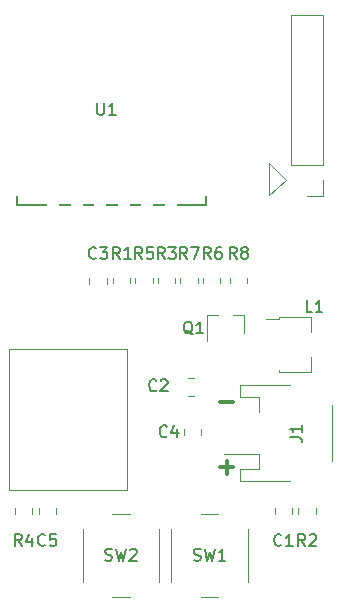
<source format=gto>
G04 #@! TF.GenerationSoftware,KiCad,Pcbnew,5.99.0+really5.1.10+dfsg1-1*
G04 #@! TF.CreationDate,2022-07-07T23:47:34+02:00*
G04 #@! TF.ProjectId,sensorbox-battery-powered,73656e73-6f72-4626-9f78-2d6261747465,rev?*
G04 #@! TF.SameCoordinates,Original*
G04 #@! TF.FileFunction,Legend,Top*
G04 #@! TF.FilePolarity,Positive*
%FSLAX46Y46*%
G04 Gerber Fmt 4.6, Leading zero omitted, Abs format (unit mm)*
G04 Created by KiCad (PCBNEW 5.99.0+really5.1.10+dfsg1-1) date 2022-07-07 23:47:34*
%MOMM*%
%LPD*%
G01*
G04 APERTURE LIST*
%ADD10C,0.300000*%
%ADD11C,0.120000*%
%ADD12C,0.152400*%
%ADD13C,0.150000*%
%ADD14R,0.800000X0.900000*%
%ADD15R,1.100000X2.500000*%
%ADD16R,2.500000X1.100000*%
%ADD17C,2.000000*%
%ADD18C,4.400000*%
%ADD19O,1.700000X1.700000*%
%ADD20R,1.700000X1.700000*%
%ADD21C,0.100000*%
%ADD22R,1.300000X0.900000*%
%ADD23C,1.700000*%
G04 APERTURE END LIST*
D10*
X19628571Y-34807142D02*
X20771428Y-34807142D01*
X19628571Y-40307142D02*
X20771428Y-40307142D01*
X20200000Y-40878571D02*
X20200000Y-39735714D01*
D11*
X23750000Y-17250000D02*
X25250000Y-16000000D01*
X23750000Y-14500000D02*
X23750000Y-17250000D01*
X25250000Y-16000000D02*
X23750000Y-14500000D01*
X25540000Y-41460000D02*
X21290000Y-41460000D01*
X21290000Y-41460000D02*
X21290000Y-40440000D01*
X21290000Y-40440000D02*
X22890000Y-40440000D01*
X22890000Y-40440000D02*
X22890000Y-39160000D01*
X22890000Y-39160000D02*
X20000000Y-39160000D01*
X25540000Y-33340000D02*
X21290000Y-33340000D01*
X21290000Y-33340000D02*
X21290000Y-34360000D01*
X21290000Y-34360000D02*
X22890000Y-34360000D01*
X22890000Y-34360000D02*
X22890000Y-35640000D01*
X29110000Y-39740000D02*
X29110000Y-35060000D01*
X20465000Y-24727064D02*
X20465000Y-24272936D01*
X21935000Y-24727064D02*
X21935000Y-24272936D01*
X21680000Y-27440000D02*
X20750000Y-27440000D01*
X18520000Y-27440000D02*
X19450000Y-27440000D01*
X18520000Y-27440000D02*
X18520000Y-29600000D01*
X21680000Y-27440000D02*
X21680000Y-28900000D01*
X17735000Y-24272936D02*
X17735000Y-24727064D01*
X16265000Y-24272936D02*
X16265000Y-24727064D01*
X18165000Y-24727064D02*
X18165000Y-24272936D01*
X19635000Y-24727064D02*
X19635000Y-24272936D01*
D12*
X2484000Y-17359000D02*
X2484000Y-18121000D01*
X2484000Y-18121000D02*
X18486000Y-18121000D01*
X18486000Y-18121000D02*
X18486000Y-17359000D01*
D11*
X14500000Y-50000000D02*
X14500000Y-45500000D01*
X10500000Y-51250000D02*
X12000000Y-51250000D01*
X8000000Y-45500000D02*
X8000000Y-50000000D01*
X12000000Y-44250000D02*
X10500000Y-44250000D01*
X22000000Y-50000000D02*
X22000000Y-45500000D01*
X18000000Y-51250000D02*
X19500000Y-51250000D01*
X15500000Y-45500000D02*
X15500000Y-50000000D01*
X19500000Y-44250000D02*
X18000000Y-44250000D01*
X4265000Y-44261252D02*
X4265000Y-43738748D01*
X5735000Y-44261252D02*
X5735000Y-43738748D01*
X28330000Y-1970000D02*
X25670000Y-1970000D01*
X28330000Y-14730000D02*
X28330000Y-1970000D01*
X25670000Y-14730000D02*
X25670000Y-1970000D01*
X28330000Y-14730000D02*
X25670000Y-14730000D01*
X28330000Y-16000000D02*
X28330000Y-17330000D01*
X28330000Y-17330000D02*
X27000000Y-17330000D01*
X2265000Y-44227064D02*
X2265000Y-43772936D01*
X3735000Y-44227064D02*
X3735000Y-43772936D01*
X24265000Y-44261252D02*
X24265000Y-43738748D01*
X25735000Y-44261252D02*
X25735000Y-43738748D01*
X24640000Y-32260000D02*
X24640000Y-32030000D01*
X24640000Y-27540000D02*
X24640000Y-27770000D01*
X24640000Y-27540000D02*
X27360000Y-27540000D01*
X27360000Y-27540000D02*
X27360000Y-28850000D01*
X23500000Y-27770000D02*
X24640000Y-27770000D01*
X27360000Y-32260000D02*
X24640000Y-32260000D01*
X27360000Y-30950000D02*
X27360000Y-32260000D01*
X16565000Y-37561252D02*
X16565000Y-37038748D01*
X18035000Y-37561252D02*
X18035000Y-37038748D01*
X17461252Y-34235000D02*
X16938748Y-34235000D01*
X17461252Y-32765000D02*
X16938748Y-32765000D01*
X12465000Y-24727064D02*
X12465000Y-24272936D01*
X13935000Y-24727064D02*
X13935000Y-24272936D01*
X10035000Y-24238748D02*
X10035000Y-24761252D01*
X8565000Y-24238748D02*
X8565000Y-24761252D01*
X14365000Y-24727064D02*
X14365000Y-24272936D01*
X15835000Y-24727064D02*
X15835000Y-24272936D01*
X12035000Y-24272936D02*
X12035000Y-24727064D01*
X10565000Y-24272936D02*
X10565000Y-24727064D01*
X27735000Y-43772936D02*
X27735000Y-44227064D01*
X26265000Y-43772936D02*
X26265000Y-44227064D01*
X1750000Y-42250000D02*
X1750000Y-30250000D01*
X11750000Y-42250000D02*
X1750000Y-42250000D01*
X11750000Y-30250000D02*
X11750000Y-42250000D01*
X1750000Y-30250000D02*
X11750000Y-30250000D01*
D13*
X25552380Y-37733333D02*
X26266666Y-37733333D01*
X26409523Y-37780952D01*
X26504761Y-37876190D01*
X26552380Y-38019047D01*
X26552380Y-38114285D01*
X26552380Y-36733333D02*
X26552380Y-37304761D01*
X26552380Y-37019047D02*
X25552380Y-37019047D01*
X25695238Y-37114285D01*
X25790476Y-37209523D01*
X25838095Y-37304761D01*
X21033333Y-22652380D02*
X20700000Y-22176190D01*
X20461904Y-22652380D02*
X20461904Y-21652380D01*
X20842857Y-21652380D01*
X20938095Y-21700000D01*
X20985714Y-21747619D01*
X21033333Y-21842857D01*
X21033333Y-21985714D01*
X20985714Y-22080952D01*
X20938095Y-22128571D01*
X20842857Y-22176190D01*
X20461904Y-22176190D01*
X21604761Y-22080952D02*
X21509523Y-22033333D01*
X21461904Y-21985714D01*
X21414285Y-21890476D01*
X21414285Y-21842857D01*
X21461904Y-21747619D01*
X21509523Y-21700000D01*
X21604761Y-21652380D01*
X21795238Y-21652380D01*
X21890476Y-21700000D01*
X21938095Y-21747619D01*
X21985714Y-21842857D01*
X21985714Y-21890476D01*
X21938095Y-21985714D01*
X21890476Y-22033333D01*
X21795238Y-22080952D01*
X21604761Y-22080952D01*
X21509523Y-22128571D01*
X21461904Y-22176190D01*
X21414285Y-22271428D01*
X21414285Y-22461904D01*
X21461904Y-22557142D01*
X21509523Y-22604761D01*
X21604761Y-22652380D01*
X21795238Y-22652380D01*
X21890476Y-22604761D01*
X21938095Y-22557142D01*
X21985714Y-22461904D01*
X21985714Y-22271428D01*
X21938095Y-22176190D01*
X21890476Y-22128571D01*
X21795238Y-22080952D01*
X17304761Y-29047619D02*
X17209523Y-29000000D01*
X17114285Y-28904761D01*
X16971428Y-28761904D01*
X16876190Y-28714285D01*
X16780952Y-28714285D01*
X16828571Y-28952380D02*
X16733333Y-28904761D01*
X16638095Y-28809523D01*
X16590476Y-28619047D01*
X16590476Y-28285714D01*
X16638095Y-28095238D01*
X16733333Y-28000000D01*
X16828571Y-27952380D01*
X17019047Y-27952380D01*
X17114285Y-28000000D01*
X17209523Y-28095238D01*
X17257142Y-28285714D01*
X17257142Y-28619047D01*
X17209523Y-28809523D01*
X17114285Y-28904761D01*
X17019047Y-28952380D01*
X16828571Y-28952380D01*
X18209523Y-28952380D02*
X17638095Y-28952380D01*
X17923809Y-28952380D02*
X17923809Y-27952380D01*
X17828571Y-28095238D01*
X17733333Y-28190476D01*
X17638095Y-28238095D01*
X16833333Y-22652380D02*
X16500000Y-22176190D01*
X16261904Y-22652380D02*
X16261904Y-21652380D01*
X16642857Y-21652380D01*
X16738095Y-21700000D01*
X16785714Y-21747619D01*
X16833333Y-21842857D01*
X16833333Y-21985714D01*
X16785714Y-22080952D01*
X16738095Y-22128571D01*
X16642857Y-22176190D01*
X16261904Y-22176190D01*
X17166666Y-21652380D02*
X17833333Y-21652380D01*
X17404761Y-22652380D01*
X18833333Y-22652380D02*
X18500000Y-22176190D01*
X18261904Y-22652380D02*
X18261904Y-21652380D01*
X18642857Y-21652380D01*
X18738095Y-21700000D01*
X18785714Y-21747619D01*
X18833333Y-21842857D01*
X18833333Y-21985714D01*
X18785714Y-22080952D01*
X18738095Y-22128571D01*
X18642857Y-22176190D01*
X18261904Y-22176190D01*
X19690476Y-21652380D02*
X19500000Y-21652380D01*
X19404761Y-21700000D01*
X19357142Y-21747619D01*
X19261904Y-21890476D01*
X19214285Y-22080952D01*
X19214285Y-22461904D01*
X19261904Y-22557142D01*
X19309523Y-22604761D01*
X19404761Y-22652380D01*
X19595238Y-22652380D01*
X19690476Y-22604761D01*
X19738095Y-22557142D01*
X19785714Y-22461904D01*
X19785714Y-22223809D01*
X19738095Y-22128571D01*
X19690476Y-22080952D01*
X19595238Y-22033333D01*
X19404761Y-22033333D01*
X19309523Y-22080952D01*
X19261904Y-22128571D01*
X19214285Y-22223809D01*
X9238095Y-9452380D02*
X9238095Y-10261904D01*
X9285714Y-10357142D01*
X9333333Y-10404761D01*
X9428571Y-10452380D01*
X9619047Y-10452380D01*
X9714285Y-10404761D01*
X9761904Y-10357142D01*
X9809523Y-10261904D01*
X9809523Y-9452380D01*
X10809523Y-10452380D02*
X10238095Y-10452380D01*
X10523809Y-10452380D02*
X10523809Y-9452380D01*
X10428571Y-9595238D01*
X10333333Y-9690476D01*
X10238095Y-9738095D01*
X9916666Y-48154761D02*
X10059523Y-48202380D01*
X10297619Y-48202380D01*
X10392857Y-48154761D01*
X10440476Y-48107142D01*
X10488095Y-48011904D01*
X10488095Y-47916666D01*
X10440476Y-47821428D01*
X10392857Y-47773809D01*
X10297619Y-47726190D01*
X10107142Y-47678571D01*
X10011904Y-47630952D01*
X9964285Y-47583333D01*
X9916666Y-47488095D01*
X9916666Y-47392857D01*
X9964285Y-47297619D01*
X10011904Y-47250000D01*
X10107142Y-47202380D01*
X10345238Y-47202380D01*
X10488095Y-47250000D01*
X10821428Y-47202380D02*
X11059523Y-48202380D01*
X11250000Y-47488095D01*
X11440476Y-48202380D01*
X11678571Y-47202380D01*
X12011904Y-47297619D02*
X12059523Y-47250000D01*
X12154761Y-47202380D01*
X12392857Y-47202380D01*
X12488095Y-47250000D01*
X12535714Y-47297619D01*
X12583333Y-47392857D01*
X12583333Y-47488095D01*
X12535714Y-47630952D01*
X11964285Y-48202380D01*
X12583333Y-48202380D01*
X17416666Y-48154761D02*
X17559523Y-48202380D01*
X17797619Y-48202380D01*
X17892857Y-48154761D01*
X17940476Y-48107142D01*
X17988095Y-48011904D01*
X17988095Y-47916666D01*
X17940476Y-47821428D01*
X17892857Y-47773809D01*
X17797619Y-47726190D01*
X17607142Y-47678571D01*
X17511904Y-47630952D01*
X17464285Y-47583333D01*
X17416666Y-47488095D01*
X17416666Y-47392857D01*
X17464285Y-47297619D01*
X17511904Y-47250000D01*
X17607142Y-47202380D01*
X17845238Y-47202380D01*
X17988095Y-47250000D01*
X18321428Y-47202380D02*
X18559523Y-48202380D01*
X18750000Y-47488095D01*
X18940476Y-48202380D01*
X19178571Y-47202380D01*
X20083333Y-48202380D02*
X19511904Y-48202380D01*
X19797619Y-48202380D02*
X19797619Y-47202380D01*
X19702380Y-47345238D01*
X19607142Y-47440476D01*
X19511904Y-47488095D01*
X4833333Y-46857142D02*
X4785714Y-46904761D01*
X4642857Y-46952380D01*
X4547619Y-46952380D01*
X4404761Y-46904761D01*
X4309523Y-46809523D01*
X4261904Y-46714285D01*
X4214285Y-46523809D01*
X4214285Y-46380952D01*
X4261904Y-46190476D01*
X4309523Y-46095238D01*
X4404761Y-46000000D01*
X4547619Y-45952380D01*
X4642857Y-45952380D01*
X4785714Y-46000000D01*
X4833333Y-46047619D01*
X5738095Y-45952380D02*
X5261904Y-45952380D01*
X5214285Y-46428571D01*
X5261904Y-46380952D01*
X5357142Y-46333333D01*
X5595238Y-46333333D01*
X5690476Y-46380952D01*
X5738095Y-46428571D01*
X5785714Y-46523809D01*
X5785714Y-46761904D01*
X5738095Y-46857142D01*
X5690476Y-46904761D01*
X5595238Y-46952380D01*
X5357142Y-46952380D01*
X5261904Y-46904761D01*
X5214285Y-46857142D01*
X2833333Y-46952380D02*
X2500000Y-46476190D01*
X2261904Y-46952380D02*
X2261904Y-45952380D01*
X2642857Y-45952380D01*
X2738095Y-46000000D01*
X2785714Y-46047619D01*
X2833333Y-46142857D01*
X2833333Y-46285714D01*
X2785714Y-46380952D01*
X2738095Y-46428571D01*
X2642857Y-46476190D01*
X2261904Y-46476190D01*
X3690476Y-46285714D02*
X3690476Y-46952380D01*
X3452380Y-45904761D02*
X3214285Y-46619047D01*
X3833333Y-46619047D01*
X24833333Y-46857142D02*
X24785714Y-46904761D01*
X24642857Y-46952380D01*
X24547619Y-46952380D01*
X24404761Y-46904761D01*
X24309523Y-46809523D01*
X24261904Y-46714285D01*
X24214285Y-46523809D01*
X24214285Y-46380952D01*
X24261904Y-46190476D01*
X24309523Y-46095238D01*
X24404761Y-46000000D01*
X24547619Y-45952380D01*
X24642857Y-45952380D01*
X24785714Y-46000000D01*
X24833333Y-46047619D01*
X25785714Y-46952380D02*
X25214285Y-46952380D01*
X25500000Y-46952380D02*
X25500000Y-45952380D01*
X25404761Y-46095238D01*
X25309523Y-46190476D01*
X25214285Y-46238095D01*
X27433333Y-27152380D02*
X26957142Y-27152380D01*
X26957142Y-26152380D01*
X28290476Y-27152380D02*
X27719047Y-27152380D01*
X28004761Y-27152380D02*
X28004761Y-26152380D01*
X27909523Y-26295238D01*
X27814285Y-26390476D01*
X27719047Y-26438095D01*
X15133333Y-37657142D02*
X15085714Y-37704761D01*
X14942857Y-37752380D01*
X14847619Y-37752380D01*
X14704761Y-37704761D01*
X14609523Y-37609523D01*
X14561904Y-37514285D01*
X14514285Y-37323809D01*
X14514285Y-37180952D01*
X14561904Y-36990476D01*
X14609523Y-36895238D01*
X14704761Y-36800000D01*
X14847619Y-36752380D01*
X14942857Y-36752380D01*
X15085714Y-36800000D01*
X15133333Y-36847619D01*
X15990476Y-37085714D02*
X15990476Y-37752380D01*
X15752380Y-36704761D02*
X15514285Y-37419047D01*
X16133333Y-37419047D01*
X14233333Y-33757142D02*
X14185714Y-33804761D01*
X14042857Y-33852380D01*
X13947619Y-33852380D01*
X13804761Y-33804761D01*
X13709523Y-33709523D01*
X13661904Y-33614285D01*
X13614285Y-33423809D01*
X13614285Y-33280952D01*
X13661904Y-33090476D01*
X13709523Y-32995238D01*
X13804761Y-32900000D01*
X13947619Y-32852380D01*
X14042857Y-32852380D01*
X14185714Y-32900000D01*
X14233333Y-32947619D01*
X14614285Y-32947619D02*
X14661904Y-32900000D01*
X14757142Y-32852380D01*
X14995238Y-32852380D01*
X15090476Y-32900000D01*
X15138095Y-32947619D01*
X15185714Y-33042857D01*
X15185714Y-33138095D01*
X15138095Y-33280952D01*
X14566666Y-33852380D01*
X15185714Y-33852380D01*
X13033333Y-22652380D02*
X12700000Y-22176190D01*
X12461904Y-22652380D02*
X12461904Y-21652380D01*
X12842857Y-21652380D01*
X12938095Y-21700000D01*
X12985714Y-21747619D01*
X13033333Y-21842857D01*
X13033333Y-21985714D01*
X12985714Y-22080952D01*
X12938095Y-22128571D01*
X12842857Y-22176190D01*
X12461904Y-22176190D01*
X13938095Y-21652380D02*
X13461904Y-21652380D01*
X13414285Y-22128571D01*
X13461904Y-22080952D01*
X13557142Y-22033333D01*
X13795238Y-22033333D01*
X13890476Y-22080952D01*
X13938095Y-22128571D01*
X13985714Y-22223809D01*
X13985714Y-22461904D01*
X13938095Y-22557142D01*
X13890476Y-22604761D01*
X13795238Y-22652380D01*
X13557142Y-22652380D01*
X13461904Y-22604761D01*
X13414285Y-22557142D01*
X9133333Y-22557142D02*
X9085714Y-22604761D01*
X8942857Y-22652380D01*
X8847619Y-22652380D01*
X8704761Y-22604761D01*
X8609523Y-22509523D01*
X8561904Y-22414285D01*
X8514285Y-22223809D01*
X8514285Y-22080952D01*
X8561904Y-21890476D01*
X8609523Y-21795238D01*
X8704761Y-21700000D01*
X8847619Y-21652380D01*
X8942857Y-21652380D01*
X9085714Y-21700000D01*
X9133333Y-21747619D01*
X9466666Y-21652380D02*
X10085714Y-21652380D01*
X9752380Y-22033333D01*
X9895238Y-22033333D01*
X9990476Y-22080952D01*
X10038095Y-22128571D01*
X10085714Y-22223809D01*
X10085714Y-22461904D01*
X10038095Y-22557142D01*
X9990476Y-22604761D01*
X9895238Y-22652380D01*
X9609523Y-22652380D01*
X9514285Y-22604761D01*
X9466666Y-22557142D01*
X14933333Y-22652380D02*
X14600000Y-22176190D01*
X14361904Y-22652380D02*
X14361904Y-21652380D01*
X14742857Y-21652380D01*
X14838095Y-21700000D01*
X14885714Y-21747619D01*
X14933333Y-21842857D01*
X14933333Y-21985714D01*
X14885714Y-22080952D01*
X14838095Y-22128571D01*
X14742857Y-22176190D01*
X14361904Y-22176190D01*
X15266666Y-21652380D02*
X15885714Y-21652380D01*
X15552380Y-22033333D01*
X15695238Y-22033333D01*
X15790476Y-22080952D01*
X15838095Y-22128571D01*
X15885714Y-22223809D01*
X15885714Y-22461904D01*
X15838095Y-22557142D01*
X15790476Y-22604761D01*
X15695238Y-22652380D01*
X15409523Y-22652380D01*
X15314285Y-22604761D01*
X15266666Y-22557142D01*
X11133333Y-22652380D02*
X10800000Y-22176190D01*
X10561904Y-22652380D02*
X10561904Y-21652380D01*
X10942857Y-21652380D01*
X11038095Y-21700000D01*
X11085714Y-21747619D01*
X11133333Y-21842857D01*
X11133333Y-21985714D01*
X11085714Y-22080952D01*
X11038095Y-22128571D01*
X10942857Y-22176190D01*
X10561904Y-22176190D01*
X12085714Y-22652380D02*
X11514285Y-22652380D01*
X11800000Y-22652380D02*
X11800000Y-21652380D01*
X11704761Y-21795238D01*
X11609523Y-21890476D01*
X11514285Y-21938095D01*
X26833333Y-46952380D02*
X26500000Y-46476190D01*
X26261904Y-46952380D02*
X26261904Y-45952380D01*
X26642857Y-45952380D01*
X26738095Y-46000000D01*
X26785714Y-46047619D01*
X26833333Y-46142857D01*
X26833333Y-46285714D01*
X26785714Y-46380952D01*
X26738095Y-46428571D01*
X26642857Y-46476190D01*
X26261904Y-46476190D01*
X27214285Y-46047619D02*
X27261904Y-46000000D01*
X27357142Y-45952380D01*
X27595238Y-45952380D01*
X27690476Y-46000000D01*
X27738095Y-46047619D01*
X27785714Y-46142857D01*
X27785714Y-46238095D01*
X27738095Y-46380952D01*
X27166666Y-46952380D01*
X27785714Y-46952380D01*
%LPC*%
G36*
G01*
X28950000Y-34800000D02*
X26050000Y-34800000D01*
G75*
G02*
X25800000Y-34550000I0J250000D01*
G01*
X25800000Y-33550000D01*
G75*
G02*
X26050000Y-33300000I250000J0D01*
G01*
X28950000Y-33300000D01*
G75*
G02*
X29200000Y-33550000I0J-250000D01*
G01*
X29200000Y-34550000D01*
G75*
G02*
X28950000Y-34800000I-250000J0D01*
G01*
G37*
G36*
G01*
X28950000Y-41500000D02*
X26050000Y-41500000D01*
G75*
G02*
X25800000Y-41250000I0J250000D01*
G01*
X25800000Y-40250000D01*
G75*
G02*
X26050000Y-40000000I250000J0D01*
G01*
X28950000Y-40000000D01*
G75*
G02*
X29200000Y-40250000I0J-250000D01*
G01*
X29200000Y-41250000D01*
G75*
G02*
X28950000Y-41500000I-250000J0D01*
G01*
G37*
G36*
G01*
X23250000Y-36900000D02*
X20250000Y-36900000D01*
G75*
G02*
X20000000Y-36650000I0J250000D01*
G01*
X20000000Y-36150000D01*
G75*
G02*
X20250000Y-35900000I250000J0D01*
G01*
X23250000Y-35900000D01*
G75*
G02*
X23500000Y-36150000I0J-250000D01*
G01*
X23500000Y-36650000D01*
G75*
G02*
X23250000Y-36900000I-250000J0D01*
G01*
G37*
G36*
G01*
X23250000Y-38900000D02*
X20250000Y-38900000D01*
G75*
G02*
X20000000Y-38650000I0J250000D01*
G01*
X20000000Y-38150000D01*
G75*
G02*
X20250000Y-37900000I250000J0D01*
G01*
X23250000Y-37900000D01*
G75*
G02*
X23500000Y-38150000I0J-250000D01*
G01*
X23500000Y-38650000D01*
G75*
G02*
X23250000Y-38900000I-250000J0D01*
G01*
G37*
G36*
G01*
X21650001Y-24100000D02*
X20749999Y-24100000D01*
G75*
G02*
X20500000Y-23850001I0J249999D01*
G01*
X20500000Y-23324999D01*
G75*
G02*
X20749999Y-23075000I249999J0D01*
G01*
X21650001Y-23075000D01*
G75*
G02*
X21900000Y-23324999I0J-249999D01*
G01*
X21900000Y-23850001D01*
G75*
G02*
X21650001Y-24100000I-249999J0D01*
G01*
G37*
G36*
G01*
X21650001Y-25925000D02*
X20749999Y-25925000D01*
G75*
G02*
X20500000Y-25675001I0J249999D01*
G01*
X20500000Y-25149999D01*
G75*
G02*
X20749999Y-24900000I249999J0D01*
G01*
X21650001Y-24900000D01*
G75*
G02*
X21900000Y-25149999I0J-249999D01*
G01*
X21900000Y-25675001D01*
G75*
G02*
X21650001Y-25925000I-249999J0D01*
G01*
G37*
D14*
X20100000Y-27200000D03*
X21050000Y-29200000D03*
X19150000Y-29200000D03*
G36*
G01*
X16549999Y-24900000D02*
X17450001Y-24900000D01*
G75*
G02*
X17700000Y-25149999I0J-249999D01*
G01*
X17700000Y-25675001D01*
G75*
G02*
X17450001Y-25925000I-249999J0D01*
G01*
X16549999Y-25925000D01*
G75*
G02*
X16300000Y-25675001I0J249999D01*
G01*
X16300000Y-25149999D01*
G75*
G02*
X16549999Y-24900000I249999J0D01*
G01*
G37*
G36*
G01*
X16549999Y-23075000D02*
X17450001Y-23075000D01*
G75*
G02*
X17700000Y-23324999I0J-249999D01*
G01*
X17700000Y-23850001D01*
G75*
G02*
X17450001Y-24100000I-249999J0D01*
G01*
X16549999Y-24100000D01*
G75*
G02*
X16300000Y-23850001I0J249999D01*
G01*
X16300000Y-23324999D01*
G75*
G02*
X16549999Y-23075000I249999J0D01*
G01*
G37*
G36*
G01*
X19350001Y-24100000D02*
X18449999Y-24100000D01*
G75*
G02*
X18200000Y-23850001I0J249999D01*
G01*
X18200000Y-23324999D01*
G75*
G02*
X18449999Y-23075000I249999J0D01*
G01*
X19350001Y-23075000D01*
G75*
G02*
X19600000Y-23324999I0J-249999D01*
G01*
X19600000Y-23850001D01*
G75*
G02*
X19350001Y-24100000I-249999J0D01*
G01*
G37*
G36*
G01*
X19350001Y-25925000D02*
X18449999Y-25925000D01*
G75*
G02*
X18200000Y-25675001I0J249999D01*
G01*
X18200000Y-25149999D01*
G75*
G02*
X18449999Y-24900000I249999J0D01*
G01*
X19350001Y-24900000D01*
G75*
G02*
X19600000Y-25149999I0J-249999D01*
G01*
X19600000Y-25675001D01*
G75*
G02*
X19350001Y-25925000I-249999J0D01*
G01*
G37*
D15*
X15490000Y-18200000D03*
X13490000Y-18200000D03*
X11490000Y-18200000D03*
X9490000Y-18200000D03*
X7490000Y-18200000D03*
X5490000Y-18200000D03*
D16*
X18200000Y-2500000D03*
X18200000Y-4500000D03*
X18200000Y-6500000D03*
X18200000Y-8500000D03*
X18200000Y-10500000D03*
X18200000Y-12500000D03*
X18200000Y-14500000D03*
X18200000Y-16500000D03*
X2800000Y-16500000D03*
X2800000Y-14500000D03*
X2800000Y-12500000D03*
X2800000Y-10500000D03*
X2800000Y-8500000D03*
X2800000Y-6500000D03*
X2800000Y-4500000D03*
X2800000Y-2500000D03*
D17*
X9000000Y-44500000D03*
X13500000Y-44500000D03*
X9000000Y-51000000D03*
X13500000Y-51000000D03*
X16500000Y-44500000D03*
X21000000Y-44500000D03*
X16500000Y-51000000D03*
X21000000Y-51000000D03*
G36*
G01*
X5475000Y-43550000D02*
X4525000Y-43550000D01*
G75*
G02*
X4275000Y-43300000I0J250000D01*
G01*
X4275000Y-42800000D01*
G75*
G02*
X4525000Y-42550000I250000J0D01*
G01*
X5475000Y-42550000D01*
G75*
G02*
X5725000Y-42800000I0J-250000D01*
G01*
X5725000Y-43300000D01*
G75*
G02*
X5475000Y-43550000I-250000J0D01*
G01*
G37*
G36*
G01*
X5475000Y-45450000D02*
X4525000Y-45450000D01*
G75*
G02*
X4275000Y-45200000I0J250000D01*
G01*
X4275000Y-44700000D01*
G75*
G02*
X4525000Y-44450000I250000J0D01*
G01*
X5475000Y-44450000D01*
G75*
G02*
X5725000Y-44700000I0J-250000D01*
G01*
X5725000Y-45200000D01*
G75*
G02*
X5475000Y-45450000I-250000J0D01*
G01*
G37*
D18*
X4000000Y-51000000D03*
X4000000Y-23500000D03*
D19*
X27000000Y-3300000D03*
X27000000Y-5840000D03*
X27000000Y-8380000D03*
X27000000Y-10920000D03*
X27000000Y-13460000D03*
D20*
X27000000Y-16000000D03*
G36*
G01*
X3450001Y-43600000D02*
X2549999Y-43600000D01*
G75*
G02*
X2300000Y-43350001I0J249999D01*
G01*
X2300000Y-42824999D01*
G75*
G02*
X2549999Y-42575000I249999J0D01*
G01*
X3450001Y-42575000D01*
G75*
G02*
X3700000Y-42824999I0J-249999D01*
G01*
X3700000Y-43350001D01*
G75*
G02*
X3450001Y-43600000I-249999J0D01*
G01*
G37*
G36*
G01*
X3450001Y-45425000D02*
X2549999Y-45425000D01*
G75*
G02*
X2300000Y-45175001I0J249999D01*
G01*
X2300000Y-44649999D01*
G75*
G02*
X2549999Y-44400000I249999J0D01*
G01*
X3450001Y-44400000D01*
G75*
G02*
X3700000Y-44649999I0J-249999D01*
G01*
X3700000Y-45175001D01*
G75*
G02*
X3450001Y-45425000I-249999J0D01*
G01*
G37*
G36*
G01*
X25475000Y-43550000D02*
X24525000Y-43550000D01*
G75*
G02*
X24275000Y-43300000I0J250000D01*
G01*
X24275000Y-42800000D01*
G75*
G02*
X24525000Y-42550000I250000J0D01*
G01*
X25475000Y-42550000D01*
G75*
G02*
X25725000Y-42800000I0J-250000D01*
G01*
X25725000Y-43300000D01*
G75*
G02*
X25475000Y-43550000I-250000J0D01*
G01*
G37*
G36*
G01*
X25475000Y-45450000D02*
X24525000Y-45450000D01*
G75*
G02*
X24275000Y-45200000I0J250000D01*
G01*
X24275000Y-44700000D01*
G75*
G02*
X24525000Y-44450000I250000J0D01*
G01*
X25475000Y-44450000D01*
G75*
G02*
X25725000Y-44700000I0J-250000D01*
G01*
X25725000Y-45200000D01*
G75*
G02*
X25475000Y-45450000I-250000J0D01*
G01*
G37*
D21*
G36*
X28000000Y-30766500D02*
G01*
X24875000Y-30766500D01*
X24875000Y-30350000D01*
X23400000Y-30350000D01*
X23400000Y-29450000D01*
X24875000Y-29450000D01*
X24875000Y-29033500D01*
X28000000Y-29033500D01*
X28000000Y-30766500D01*
G37*
D22*
X24050000Y-31400000D03*
X24050000Y-28400000D03*
D18*
X26000000Y-23500000D03*
G36*
G01*
X17775000Y-36850000D02*
X16825000Y-36850000D01*
G75*
G02*
X16575000Y-36600000I0J250000D01*
G01*
X16575000Y-36100000D01*
G75*
G02*
X16825000Y-35850000I250000J0D01*
G01*
X17775000Y-35850000D01*
G75*
G02*
X18025000Y-36100000I0J-250000D01*
G01*
X18025000Y-36600000D01*
G75*
G02*
X17775000Y-36850000I-250000J0D01*
G01*
G37*
G36*
G01*
X17775000Y-38750000D02*
X16825000Y-38750000D01*
G75*
G02*
X16575000Y-38500000I0J250000D01*
G01*
X16575000Y-38000000D01*
G75*
G02*
X16825000Y-37750000I250000J0D01*
G01*
X17775000Y-37750000D01*
G75*
G02*
X18025000Y-38000000I0J-250000D01*
G01*
X18025000Y-38500000D01*
G75*
G02*
X17775000Y-38750000I-250000J0D01*
G01*
G37*
G36*
G01*
X16750000Y-33025000D02*
X16750000Y-33975000D01*
G75*
G02*
X16500000Y-34225000I-250000J0D01*
G01*
X16000000Y-34225000D01*
G75*
G02*
X15750000Y-33975000I0J250000D01*
G01*
X15750000Y-33025000D01*
G75*
G02*
X16000000Y-32775000I250000J0D01*
G01*
X16500000Y-32775000D01*
G75*
G02*
X16750000Y-33025000I0J-250000D01*
G01*
G37*
G36*
G01*
X18650000Y-33025000D02*
X18650000Y-33975000D01*
G75*
G02*
X18400000Y-34225000I-250000J0D01*
G01*
X17900000Y-34225000D01*
G75*
G02*
X17650000Y-33975000I0J250000D01*
G01*
X17650000Y-33025000D01*
G75*
G02*
X17900000Y-32775000I250000J0D01*
G01*
X18400000Y-32775000D01*
G75*
G02*
X18650000Y-33025000I0J-250000D01*
G01*
G37*
G36*
G01*
X13650001Y-24100000D02*
X12749999Y-24100000D01*
G75*
G02*
X12500000Y-23850001I0J249999D01*
G01*
X12500000Y-23324999D01*
G75*
G02*
X12749999Y-23075000I249999J0D01*
G01*
X13650001Y-23075000D01*
G75*
G02*
X13900000Y-23324999I0J-249999D01*
G01*
X13900000Y-23850001D01*
G75*
G02*
X13650001Y-24100000I-249999J0D01*
G01*
G37*
G36*
G01*
X13650001Y-25925000D02*
X12749999Y-25925000D01*
G75*
G02*
X12500000Y-25675001I0J249999D01*
G01*
X12500000Y-25149999D01*
G75*
G02*
X12749999Y-24900000I249999J0D01*
G01*
X13650001Y-24900000D01*
G75*
G02*
X13900000Y-25149999I0J-249999D01*
G01*
X13900000Y-25675001D01*
G75*
G02*
X13650001Y-25925000I-249999J0D01*
G01*
G37*
G36*
G01*
X8825000Y-24950000D02*
X9775000Y-24950000D01*
G75*
G02*
X10025000Y-25200000I0J-250000D01*
G01*
X10025000Y-25700000D01*
G75*
G02*
X9775000Y-25950000I-250000J0D01*
G01*
X8825000Y-25950000D01*
G75*
G02*
X8575000Y-25700000I0J250000D01*
G01*
X8575000Y-25200000D01*
G75*
G02*
X8825000Y-24950000I250000J0D01*
G01*
G37*
G36*
G01*
X8825000Y-23050000D02*
X9775000Y-23050000D01*
G75*
G02*
X10025000Y-23300000I0J-250000D01*
G01*
X10025000Y-23800000D01*
G75*
G02*
X9775000Y-24050000I-250000J0D01*
G01*
X8825000Y-24050000D01*
G75*
G02*
X8575000Y-23800000I0J250000D01*
G01*
X8575000Y-23300000D01*
G75*
G02*
X8825000Y-23050000I250000J0D01*
G01*
G37*
G36*
G01*
X15550001Y-24100000D02*
X14649999Y-24100000D01*
G75*
G02*
X14400000Y-23850001I0J249999D01*
G01*
X14400000Y-23324999D01*
G75*
G02*
X14649999Y-23075000I249999J0D01*
G01*
X15550001Y-23075000D01*
G75*
G02*
X15800000Y-23324999I0J-249999D01*
G01*
X15800000Y-23850001D01*
G75*
G02*
X15550001Y-24100000I-249999J0D01*
G01*
G37*
G36*
G01*
X15550001Y-25925000D02*
X14649999Y-25925000D01*
G75*
G02*
X14400000Y-25675001I0J249999D01*
G01*
X14400000Y-25149999D01*
G75*
G02*
X14649999Y-24900000I249999J0D01*
G01*
X15550001Y-24900000D01*
G75*
G02*
X15800000Y-25149999I0J-249999D01*
G01*
X15800000Y-25675001D01*
G75*
G02*
X15550001Y-25925000I-249999J0D01*
G01*
G37*
G36*
G01*
X10849999Y-24900000D02*
X11750001Y-24900000D01*
G75*
G02*
X12000000Y-25149999I0J-249999D01*
G01*
X12000000Y-25675001D01*
G75*
G02*
X11750001Y-25925000I-249999J0D01*
G01*
X10849999Y-25925000D01*
G75*
G02*
X10600000Y-25675001I0J249999D01*
G01*
X10600000Y-25149999D01*
G75*
G02*
X10849999Y-24900000I249999J0D01*
G01*
G37*
G36*
G01*
X10849999Y-23075000D02*
X11750001Y-23075000D01*
G75*
G02*
X12000000Y-23324999I0J-249999D01*
G01*
X12000000Y-23850001D01*
G75*
G02*
X11750001Y-24100000I-249999J0D01*
G01*
X10849999Y-24100000D01*
G75*
G02*
X10600000Y-23850001I0J249999D01*
G01*
X10600000Y-23324999D01*
G75*
G02*
X10849999Y-23075000I249999J0D01*
G01*
G37*
X26000000Y-51000000D03*
G36*
G01*
X26549999Y-44400000D02*
X27450001Y-44400000D01*
G75*
G02*
X27700000Y-44649999I0J-249999D01*
G01*
X27700000Y-45175001D01*
G75*
G02*
X27450001Y-45425000I-249999J0D01*
G01*
X26549999Y-45425000D01*
G75*
G02*
X26300000Y-45175001I0J249999D01*
G01*
X26300000Y-44649999D01*
G75*
G02*
X26549999Y-44400000I249999J0D01*
G01*
G37*
G36*
G01*
X26549999Y-42575000D02*
X27450001Y-42575000D01*
G75*
G02*
X27700000Y-42824999I0J-249999D01*
G01*
X27700000Y-43350001D01*
G75*
G02*
X27450001Y-43600000I-249999J0D01*
G01*
X26549999Y-43600000D01*
G75*
G02*
X26300000Y-43350001I0J249999D01*
G01*
X26300000Y-42824999D01*
G75*
G02*
X26549999Y-42575000I249999J0D01*
G01*
G37*
D23*
X10560000Y-31750000D03*
X8020000Y-31750000D03*
X5480000Y-31750000D03*
X2940000Y-31750000D03*
M02*

</source>
